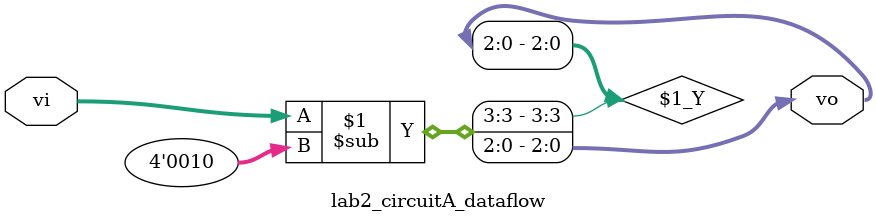
<source format=v>
`timescale 1ns / 1ps


module lab2_circuitA_dataflow(
    input [2:0] vi,
    output [2:0] vo
    );
    
    assign vo = vi - 4'd2;
endmodule

</source>
